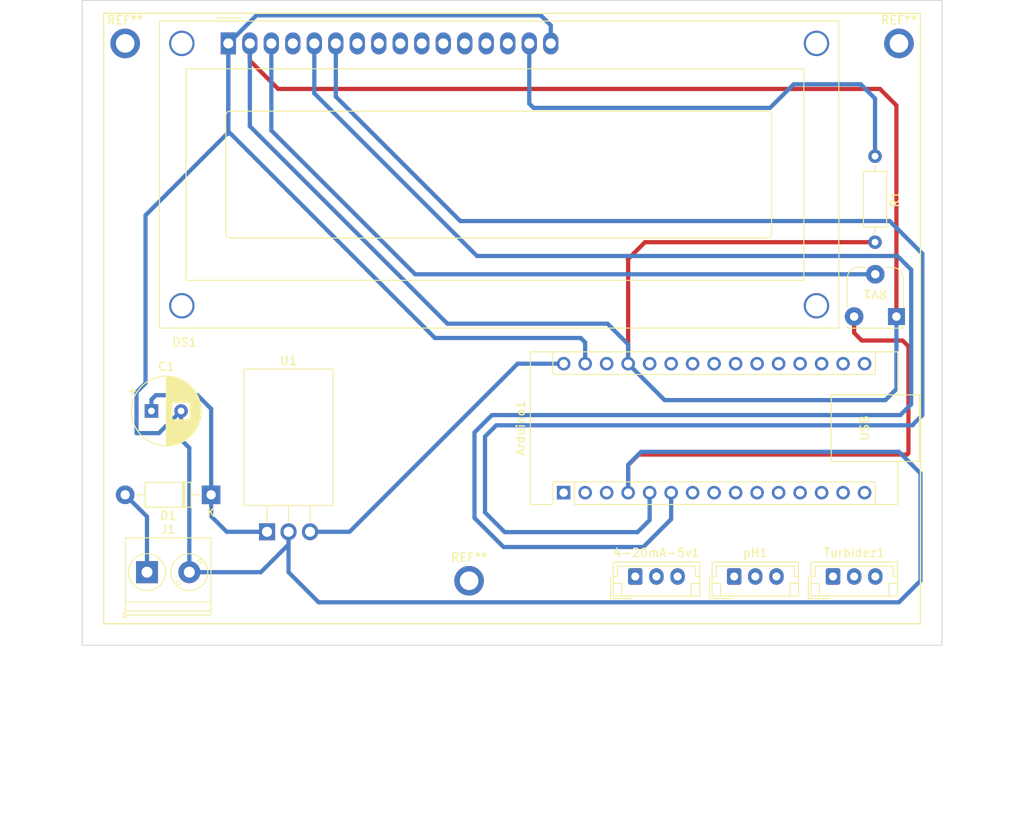
<source format=kicad_pcb>
(kicad_pcb (version 20221018) (generator pcbnew)
  (title_block (title "PCB_ Asocontador") (date "2023-09-27") (rev "hjestrada"))
  (layers (0 "F.Cu" signal) (31 "B.Cu" signal) (34 "B.Paste" user) (35 "F.Paste" user) (36 "B.SilkS" user "B.Silkscreen") (37 "F.SilkS" user "F.Silkscreen") (38 "B.Mask" user) (39 "F.Mask" user) (44 "Edge.Cuts" user))
  (net 0 "")
  (net 1 "GND")
  (net 2 "Net-(D1-K)")
  (net 11 "+5V")
  (net 12 "Net-(DS1-LED(+))")
  (net 13 "Net-(DS1-VDD)")
  (net 18 "Net-(Arduino1-D2)")
  (net 19 "Net-(Arduino1-D3)")
  (net 41 "Net-(Arduino1-VIN)")
  (net 42 "Net-(D1-A)")
  (net 43 "VO")
  (footprint "Capacitor_THT:CP_Radial_D8.0mm_P3.50mm" (layer "F.Cu") (at 99.624 89.154)
    (fp_text reference "C1" (at 1.75 -5.25) (layer "F.SilkS"))
    (fp_text value "220uF_25V")
    (fp_line (start -2.659698 -2.315) (end -1.859698 -2.315) (stroke (width 0.12)) (layer "F.SilkS"))
    (fp_line (start -2.259698 -2.715) (end -2.259698 -1.915) (stroke (width 0.12)) (layer "F.SilkS"))
    (fp_line (start 1.75 -4.08) (end 1.75 4.08) (stroke (width 0.12)) (layer "F.SilkS"))
    (fp_line (start 1.79 -4.08) (end 1.79 4.08) (stroke (width 0.12)) (layer "F.SilkS"))
    (fp_line (start 1.83 -4.08) (end 1.83 4.08) (stroke (width 0.12)) (layer "F.SilkS"))
    (fp_line (start 1.87 -4.079) (end 1.87 4.079) (stroke (width 0.12)) (layer "F.SilkS"))
    (fp_line (start 1.91 -4.077) (end 1.91 4.077) (stroke (width 0.12)) (layer "F.SilkS"))
    (fp_line (start 1.95 -4.076) (end 1.95 4.076) (stroke (width 0.12)) (layer "F.SilkS"))
    (fp_line (start 1.99 -4.074) (end 1.99 4.074) (stroke (width 0.12)) (layer "F.SilkS"))
    (fp_line (start 2.03 -4.071) (end 2.03 4.071) (stroke (width 0.12)) (layer "F.SilkS"))
    (fp_line (start 2.07 -4.068) (end 2.07 4.068) (stroke (width 0.12)) (layer "F.SilkS"))
    (fp_line (start 2.11 -4.065) (end 2.11 4.065) (stroke (width 0.12)) (layer "F.SilkS"))
    (fp_line (start 2.15 -4.061) (end 2.15 4.061) (stroke (width 0.12)) (layer "F.SilkS"))
    (fp_line (start 2.19 -4.057) (end 2.19 4.057) (stroke (width 0.12)) (layer "F.SilkS"))
    (fp_line (start 2.23 -4.052) (end 2.23 4.052) (stroke (width 0.12)) (layer "F.SilkS"))
    (fp_line (start 2.27 -4.048) (end 2.27 4.048) (stroke (width 0.12)) (layer "F.SilkS"))
    (fp_line (start 2.31 -4.042) (end 2.31 4.042) (stroke (width 0.12)) (layer "F.SilkS"))
    (fp_line (start 2.35 -4.037) (end 2.35 4.037) (stroke (width 0.12)) (layer "F.SilkS"))
    (fp_line (start 2.39 -4.03) (end 2.39 4.03) (stroke (width 0.12)) (layer "F.SilkS"))
    (fp_line (start 2.43 -4.024) (end 2.43 4.024) (stroke (width 0.12)) (layer "F.SilkS"))
    (fp_line (start 2.471 -4.017) (end 2.471 -1.04) (stroke (width 0.12)) (layer "F.SilkS"))
    (fp_line (start 2.471 1.04) (end 2.471 4.017) (stroke (width 0.12)) (layer "F.SilkS"))
    (fp_line (start 2.511 -4.01) (end 2.511 -1.04) (stroke (width 0.12)) (layer "F.SilkS"))
    (fp_line (start 2.511 1.04) (end 2.511 4.01) (stroke (width 0.12)) (layer "F.SilkS"))
    (fp_line (start 2.551 -4.002) (end 2.551 -1.04) (stroke (width 0.12)) (layer "F.SilkS"))
    (fp_line (start 2.551 1.04) (end 2.551 4.002) (stroke (width 0.12)) (layer "F.SilkS"))
    (fp_line (start 2.591 -3.994) (end 2.591 -1.04) (stroke (width 0.12)) (layer "F.SilkS"))
    (fp_line (start 2.591 1.04) (end 2.591 3.994) (stroke (width 0.12)) (layer "F.SilkS"))
    (fp_line (start 2.631 -3.985) (end 2.631 -1.04) (stroke (width 0.12)) (layer "F.SilkS"))
    (fp_line (start 2.631 1.04) (end 2.631 3.985) (stroke (width 0.12)) (layer "F.SilkS"))
    (fp_line (start 2.671 -3.976) (end 2.671 -1.04) (stroke (width 0.12)) (layer "F.SilkS"))
    (fp_line (start 2.671 1.04) (end 2.671 3.976) (stroke (width 0.12)) (layer "F.SilkS"))
    (fp_line (start 2.711 -3.967) (end 2.711 -1.04) (stroke (width 0.12)) (layer "F.SilkS"))
    (fp_line (start 2.711 1.04) (end 2.711 3.967) (stroke (width 0.12)) (layer "F.SilkS"))
    (fp_line (start 2.751 -3.957) (end 2.751 -1.04) (stroke (width 0.12)) (layer "F.SilkS"))
    (fp_line (start 2.751 1.04) (end 2.751 3.957) (stroke (width 0.12)) (layer "F.SilkS"))
    (fp_line (start 2.791 -3.947) (end 2.791 -1.04) (stroke (width 0.12)) (layer "F.SilkS"))
    (fp_line (start 2.791 1.04) (end 2.791 3.947) (stroke (width 0.12)) (layer "F.SilkS"))
    (fp_line (start 2.831 -3.936) (end 2.831 -1.04) (stroke (width 0.12)) (layer "F.SilkS"))
    (fp_line (start 2.831 1.04) (end 2.831 3.936) (stroke (width 0.12)) (layer "F.SilkS"))
    (fp_line (start 2.871 -3.925) (end 2.871 -1.04) (stroke (width 0.12)) (layer "F.SilkS"))
    (fp_line (start 2.871 1.04) (end 2.871 3.925) (stroke (width 0.12)) (layer "F.SilkS"))
    (fp_line (start 2.911 -3.914) (end 2.911 -1.04) (stroke (width 0.12)) (layer "F.SilkS"))
    (fp_line (start 2.911 1.04) (end 2.911 3.914) (stroke (width 0.12)) (layer "F.SilkS"))
    (fp_line (start 2.951 -3.902) (end 2.951 -1.04) (stroke (width 0.12)) (layer "F.SilkS"))
    (fp_line (start 2.951 1.04) (end 2.951 3.902) (stroke (width 0.12)) (layer "F.SilkS"))
    (fp_line (start 2.991 -3.889) (end 2.991 -1.04) (stroke (width 0.12)) (layer "F.SilkS"))
    (fp_line (start 2.991 1.04) (end 2.991 3.889) (stroke (width 0.12)) (layer "F.SilkS"))
    (fp_line (start 3.031 -3.877) (end 3.031 -1.04) (stroke (width 0.12)) (layer "F.SilkS"))
    (fp_line (start 3.031 1.04) (end 3.031 3.877) (stroke (width 0.12)) (layer "F.SilkS"))
    (fp_line (start 3.071 -3.863) (end 3.071 -1.04) (stroke (width 0.12)) (layer "F.SilkS"))
    (fp_line (start 3.071 1.04) (end 3.071 3.863) (stroke (width 0.12)) (layer "F.SilkS"))
    (fp_line (start 3.111 -3.85) (end 3.111 -1.04) (stroke (width 0.12)) (layer "F.SilkS"))
    (fp_line (start 3.111 1.04) (end 3.111 3.85) (stroke (width 0.12)) (layer "F.SilkS"))
    (fp_line (start 3.151 -3.835) (end 3.151 -1.04) (stroke (width 0.12)) (layer "F.SilkS"))
    (fp_line (start 3.151 1.04) (end 3.151 3.835) (stroke (width 0.12)) (layer "F.SilkS"))
    (fp_line (start 3.191 -3.821) (end 3.191 -1.04) (stroke (width 0.12)) (layer "F.SilkS"))
    (fp_line (start 3.191 1.04) (end 3.191 3.821) (stroke (width 0.12)) (layer "F.SilkS"))
    (fp_line (start 3.231 -3.805) (end 3.231 -1.04) (stroke (width 0.12)) (layer "F.SilkS"))
    (fp_line (start 3.231 1.04) (end 3.231 3.805) (stroke (width 0.12)) (layer "F.SilkS"))
    (fp_line (start 3.271 -3.79) (end 3.271 -1.04) (stroke (width 0.12)) (layer "F.SilkS"))
    (fp_line (start 3.271 1.04) (end 3.271 3.79) (stroke (width 0.12)) (layer "F.SilkS"))
    (fp_line (start 3.311 -3.774) (end 3.311 -1.04) (stroke (width 0.12)) (layer "F.SilkS"))
    (fp_line (start 3.311 1.04) (end 3.311 3.774) (stroke (width 0.12)) (layer "F.SilkS"))
    (fp_line (start 3.351 -3.757) (end 3.351 -1.04) (stroke (width 0.12)) (layer "F.SilkS"))
    (fp_line (start 3.351 1.04) (end 3.351 3.757) (stroke (width 0.12)) (layer "F.SilkS"))
    (fp_line (start 3.391 -3.74) (end 3.391 -1.04) (stroke (width 0.12)) (layer "F.SilkS"))
    (fp_line (start 3.391 1.04) (end 3.391 3.74) (stroke (width 0.12)) (layer "F.SilkS"))
    (fp_line (start 3.431 -3.722) (end 3.431 -1.04) (stroke (width 0.12)) (layer "F.SilkS"))
    (fp_line (start 3.431 1.04) (end 3.431 3.722) (stroke (width 0.12)) (layer "F.SilkS"))
    (fp_line (start 3.471 -3.704) (end 3.471 -1.04) (stroke (width 0.12)) (layer "F.SilkS"))
    (fp_line (start 3.471 1.04) (end 3.471 3.704) (stroke (width 0.12)) (layer "F.SilkS"))
    (fp_line (start 3.511 -3.686) (end 3.511 -1.04) (stroke (width 0.12)) (layer "F.SilkS"))
    (fp_line (start 3.511 1.04) (end 3.511 3.686) (stroke (width 0.12)) (layer "F.SilkS"))
    (fp_line (start 3.551 -3.666) (end 3.551 -1.04) (stroke (width 0.12)) (layer "F.SilkS"))
    (fp_line (start 3.551 1.04) (end 3.551 3.666) (stroke (width 0.12)) (layer "F.SilkS"))
    (fp_line (start 3.591 -3.647) (end 3.591 -1.04) (stroke (width 0.12)) (layer "F.SilkS"))
    (fp_line (start 3.591 1.04) (end 3.591 3.647) (stroke (width 0.12)) (layer "F.SilkS"))
    (fp_line (start 3.631 -3.627) (end 3.631 -1.04) (stroke (width 0.12)) (layer "F.SilkS"))
    (fp_line (start 3.631 1.04) (end 3.631 3.627) (stroke (width 0.12)) (layer "F.SilkS"))
    (fp_line (start 3.671 -3.606) (end 3.671 -1.04) (stroke (width 0.12)) (layer "F.SilkS"))
    (fp_line (start 3.671 1.04) (end 3.671 3.606) (stroke (width 0.12)) (layer "F.SilkS"))
    (fp_line (start 3.711 -3.584) (end 3.711 -1.04) (stroke (width 0.12)) (layer "F.SilkS"))
    (fp_line (start 3.711 1.04) (end 3.711 3.584) (stroke (width 0.12)) (layer "F.SilkS"))
    (fp_line (start 3.751 -3.562) (end 3.751 -1.04) (stroke (width 0.12)) (layer "F.SilkS"))
    (fp_line (start 3.751 1.04) (end 3.751 3.562) (stroke (width 0.12)) (layer "F.SilkS"))
    (fp_line (start 3.791 -3.54) (end 3.791 -1.04) (stroke (width 0.12)) (layer "F.SilkS"))
    (fp_line (start 3.791 1.04) (end 3.791 3.54) (stroke (width 0.12)) (layer "F.SilkS"))
    (fp_line (start 3.831 -3.517) (end 3.831 -1.04) (stroke (width 0.12)) (layer "F.SilkS"))
    (fp_line (start 3.831 1.04) (end 3.831 3.517) (stroke (width 0.12)) (layer "F.SilkS"))
    (fp_line (start 3.871 -3.493) (end 3.871 -1.04) (stroke (width 0.12)) (layer "F.SilkS"))
    (fp_line (start 3.871 1.04) (end 3.871 3.493) (stroke (width 0.12)) (layer "F.SilkS"))
    (fp_line (start 3.911 -3.469) (end 3.911 -1.04) (stroke (width 0.12)) (layer "F.SilkS"))
    (fp_line (start 3.911 1.04) (end 3.911 3.469) (stroke (width 0.12)) (layer "F.SilkS"))
    (fp_line (start 3.951 -3.444) (end 3.951 -1.04) (stroke (width 0.12)) (layer "F.SilkS"))
    (fp_line (start 3.951 1.04) (end 3.951 3.444) (stroke (width 0.12)) (layer "F.SilkS"))
    (fp_line (start 3.991 -3.418) (end 3.991 -1.04) (stroke (width 0.12)) (layer "F.SilkS"))
    (fp_line (start 3.991 1.04) (end 3.991 3.418) (stroke (width 0.12)) (layer "F.SilkS"))
    (fp_line (start 4.031 -3.392) (end 4.031 -1.04) (stroke (width 0.12)) (layer "F.SilkS"))
    (fp_line (start 4.031 1.04) (end 4.031 3.392) (stroke (width 0.12)) (layer "F.SilkS"))
    (fp_line (start 4.071 -3.365) (end 4.071 -1.04) (stroke (width 0.12)) (layer "F.SilkS"))
    (fp_line (start 4.071 1.04) (end 4.071 3.365) (stroke (width 0.12)) (layer "F.SilkS"))
    (fp_line (start 4.111 -3.338) (end 4.111 -1.04) (stroke (width 0.12)) (layer "F.SilkS"))
    (fp_line (start 4.111 1.04) (end 4.111 3.338) (stroke (width 0.12)) (layer "F.SilkS"))
    (fp_line (start 4.151 -3.309) (end 4.151 -1.04) (stroke (width 0.12)) (layer "F.SilkS"))
    (fp_line (start 4.151 1.04) (end 4.151 3.309) (stroke (width 0.12)) (layer "F.SilkS"))
    (fp_line (start 4.191 -3.28) (end 4.191 -1.04) (stroke (width 0.12)) (layer "F.SilkS"))
    (fp_line (start 4.191 1.04) (end 4.191 3.28) (stroke (width 0.12)) (layer "F.SilkS"))
    (fp_line (start 4.231 -3.25) (end 4.231 -1.04) (stroke (width 0.12)) (layer "F.SilkS"))
    (fp_line (start 4.231 1.04) (end 4.231 3.25) (stroke (width 0.12)) (layer "F.SilkS"))
    (fp_line (start 4.271 -3.22) (end 4.271 -1.04) (stroke (width 0.12)) (layer "F.SilkS"))
    (fp_line (start 4.271 1.04) (end 4.271 3.22) (stroke (width 0.12)) (layer "F.SilkS"))
    (fp_line (start 4.311 -3.189) (end 4.311 -1.04) (stroke (width 0.12)) (layer "F.SilkS"))
    (fp_line (start 4.311 1.04) (end 4.311 3.189) (stroke (width 0.12)) (layer "F.SilkS"))
    (fp_line (start 4.351 -3.156) (end 4.351 -1.04) (stroke (width 0.12)) (layer "F.SilkS"))
    (fp_line (start 4.351 1.04) (end 4.351 3.156) (stroke (width 0.12)) (layer "F.SilkS"))
    (fp_line (start 4.391 -3.124) (end 4.391 -1.04) (stroke (width 0.12)) (layer "F.SilkS"))
    (fp_line (start 4.391 1.04) (end 4.391 3.124) (stroke (width 0.12)) (layer "F.SilkS"))
    (fp_line (start 4.431 -3.09) (end 4.431 -1.04) (stroke (width 0.12)) (layer "F.SilkS"))
    (fp_line (start 4.431 1.04) (end 4.431 3.09) (stroke (width 0.12)) (layer "F.SilkS"))
    (fp_line (start 4.471 -3.055) (end 4.471 -1.04) (stroke (width 0.12)) (layer "F.SilkS"))
    (fp_line (start 4.471 1.04) (end 4.471 3.055) (stroke (width 0.12)) (layer "F.SilkS"))
    (fp_line (start 4.511 -3.019) (end 4.511 -1.04) (stroke (width 0.12)) (layer "F.SilkS"))
    (fp_line (start 4.511 1.04) (end 4.511 3.019) (stroke (width 0.12)) (layer "F.SilkS"))
    (fp_line (start 4.551 -2.983) (end 4.551 2.983) (stroke (width 0.12)) (layer "F.SilkS"))
    (fp_line (start 4.591 -2.945) (end 4.591 2.945) (stroke (width 0.12)) (layer "F.SilkS"))
    (fp_line (start 4.631 -2.907) (end 4.631 2.907) (stroke (width 0.12)) (layer "F.SilkS"))
    (fp_line (start 4.671 -2.867) (end 4.671 2.867) (stroke (width 0.12)) (layer "F.SilkS"))
    (fp_line (start 4.711 -2.826) (end 4.711 2.826) (stroke (width 0.12)) (layer "F.SilkS"))
    (fp_line (start 4.751 -2.784) (end 4.751 2.784) (stroke (width 0.12)) (layer "F.SilkS"))
    (fp_line (start 4.791 -2.741) (end 4.791 2.741) (stroke (width 0.12)) (layer "F.SilkS"))
    (fp_line (start 4.831 -2.697) (end 4.831 2.697) (stroke (width 0.12)) (layer "F.SilkS"))
    (fp_line (start 4.871 -2.651) (end 4.871 2.651) (stroke (width 0.12)) (layer "F.SilkS"))
    (fp_line (start 4.911 -2.604) (end 4.911 2.604) (stroke (width 0.12)) (layer "F.SilkS"))
    (fp_line (start 4.951 -2.556) (end 4.951 2.556) (stroke (width 0.12)) (layer "F.SilkS"))
    (fp_line (start 4.991 -2.505) (end 4.991 2.505) (stroke (width 0.12)) (layer "F.SilkS"))
    (fp_line (start 5.031 -2.454) (end 5.031 2.454) (stroke (width 0.12)) (layer "F.SilkS"))
    (fp_line (start 5.071 -2.4) (end 5.071 2.4) (stroke (width 0.12)) (layer "F.SilkS"))
    (fp_line (start 5.111 -2.345) (end 5.111 2.345) (stroke (width 0.12)) (layer "F.SilkS"))
    (fp_line (start 5.151 -2.287) (end 5.151 2.287) (stroke (width 0.12)) (layer "F.SilkS"))
    (fp_line (start 5.191 -2.228) (end 5.191 2.228) (stroke (width 0.12)) (layer "F.SilkS"))
    (fp_line (start 5.231 -2.166) (end 5.231 2.166) (stroke (width 0.12)) (layer "F.SilkS"))
    (fp_line (start 5.271 -2.102) (end 5.271 2.102) (stroke (width 0.12)) (layer "F.SilkS"))
    (fp_line (start 5.311 -2.034) (end 5.311 2.034) (stroke (width 0.12)) (layer "F.SilkS"))
    (fp_line (start 5.351 -1.964) (end 5.351 1.964) (stroke (width 0.12)) (layer "F.SilkS"))
    (fp_line (start 5.391 -1.89) (end 5.391 1.89) (stroke (width 0.12)) (layer "F.SilkS"))
    (fp_line (start 5.431 -1.813) (end 5.431 1.813) (stroke (width 0.12)) (layer "F.SilkS"))
    (fp_line (start 5.471 -1.731) (end 5.471 1.731) (stroke (width 0.12)) (layer "F.SilkS"))
    (fp_line (start 5.511 -1.645) (end 5.511 1.645) (stroke (width 0.12)) (layer "F.SilkS"))
    (fp_line (start 5.551 -1.552) (end 5.551 1.552) (stroke (width 0.12)) (layer "F.SilkS"))
    (fp_line (start 5.591 -1.453) (end 5.591 1.453) (stroke (width 0.12)) (layer "F.SilkS"))
    (fp_line (start 5.631 -1.346) (end 5.631 1.346) (stroke (width 0.12)) (layer "F.SilkS"))
    (fp_line (start 5.671 -1.229) (end 5.671 1.229) (stroke (width 0.12)) (layer "F.SilkS"))
    (fp_line (start 5.711 -1.098) (end 5.711 1.098) (stroke (width 0.12)) (layer "F.SilkS"))
    (fp_line (start 5.751 -0.948) (end 5.751 0.948) (stroke (width 0.12)) (layer "F.SilkS"))
    (fp_line (start 5.791 -0.768) (end 5.791 0.768) (stroke (width 0.12)) (layer "F.SilkS"))
    (fp_line (start 5.831 -0.533) (end 5.831 0.533) (stroke (width 0.12)) (layer "F.SilkS"))
    (fp_circle (center 1.75 0) (end 5.87 0) (stroke (width 0.12)) (fill none) (layer "F.SilkS"))
    (pad "1" thru_hole rect (at 0 0) (size 1.6 1.6) (drill 0.8) (layers "*.Cu" "*.Mask") (net 2 "Net-(D1-K)"))
    (pad "2" thru_hole circle (at 3.5 0) (size 1.6 1.6) (drill 0.8) (layers "*.Cu" "*.Mask") (net 1 "GND"))
  )
  (footprint "Connector_JST:JST_EH_B3B-EH-A_1x03_P2.50mm_Vertical" (layer "F.Cu") (at 156.798 108.712)
    (fp_text reference "4-20mA-5v1" (at 2.5 -2.8) (layer "F.SilkS"))
    (fp_text value "Conn_01x03_Socket")
    (fp_line (start -2.91 0.11) (end -2.91 2.61) (stroke (width 0.12)) (layer "F.SilkS"))
    (fp_line (start -2.91 2.61) (end -0.41 2.61) (stroke (width 0.12)) (layer "F.SilkS"))
    (fp_line (start -2.61 -1.71) (end -2.61 2.31) (stroke (width 0.12)) (layer "F.SilkS"))
    (fp_line (start -2.61 0) (end -2.11 0) (stroke (width 0.12)) (layer "F.SilkS"))
    (fp_line (start -2.61 0.81) (end -1.61 0.81) (stroke (width 0.12)) (layer "F.SilkS"))
    (fp_line (start -2.61 2.31) (end 7.61 2.31) (stroke (width 0.12)) (layer "F.SilkS"))
    (fp_line (start -2.11 -1.21) (end 7.11 -1.21) (stroke (width 0.12)) (layer "F.SilkS"))
    (fp_line (start -2.11 0) (end -2.11 -1.21) (stroke (width 0.12)) (layer "F.SilkS"))
    (fp_line (start -1.61 0.81) (end -1.61 2.31) (stroke (width 0.12)) (layer "F.SilkS"))
    (fp_line (start 6.61 0.81) (end 6.61 2.31) (stroke (width 0.12)) (layer "F.SilkS"))
    (fp_line (start 7.11 -1.21) (end 7.11 0) (stroke (width 0.12)) (layer "F.SilkS"))
    (fp_line (start 7.11 0) (end 7.61 0) (stroke (width 0.12)) (layer "F.SilkS"))
    (fp_line (start 7.61 -1.71) (end -2.61 -1.71) (stroke (width 0.12)) (layer "F.SilkS"))
    (fp_line (start 7.61 0.81) (end 6.61 0.81) (stroke (width 0.12)) (layer "F.SilkS"))
    (fp_line (start 7.61 2.31) (end 7.61 -1.71) (stroke (width 0.12)) (layer "F.SilkS"))
    (pad "1" thru_hole roundrect (at 0 0) (size 1.7 1.95) (drill 0.95) (layers "*.Cu" "*.Mask") (roundrect_rratio 0.147059))
    (pad "2" thru_hole oval (at 2.5 0) (size 1.7 1.95) (drill 0.95) (layers "*.Cu" "*.Mask"))
    (pad "3" thru_hole oval (at 5 0) (size 1.7 1.95) (drill 0.95) (layers "*.Cu" "*.Mask"))
  )
  (footprint "Diode_THT:D_DO-41_SOD81_P10.16mm_Horizontal" (layer "F.Cu") (at 106.68 99.06 180)
    (fp_text reference "D1" (at 5.08 -2.47) (layer "F.SilkS"))
    (fp_text value "1N4007")
    (fp_text user "K" (at 0 -2.1) (layer "F.SilkS"))
    (fp_line (start 1.34 0) (end 2.36 0) (stroke (width 0.12)) (layer "F.SilkS"))
    (fp_line (start 2.36 -1.47) (end 2.36 1.47) (stroke (width 0.12)) (layer "F.SilkS"))
    (fp_line (start 2.36 1.47) (end 7.8 1.47) (stroke (width 0.12)) (layer "F.SilkS"))
    (fp_line (start 3.14 -1.47) (end 3.14 1.47) (stroke (width 0.12)) (layer "F.SilkS"))
    (fp_line (start 3.26 -1.47) (end 3.26 1.47) (stroke (width 0.12)) (layer "F.SilkS"))
    (fp_line (start 3.38 -1.47) (end 3.38 1.47) (stroke (width 0.12)) (layer "F.SilkS"))
    (fp_line (start 7.8 -1.47) (end 2.36 -1.47) (stroke (width 0.12)) (layer "F.SilkS"))
    (fp_line (start 7.8 1.47) (end 7.8 -1.47) (stroke (width 0.12)) (layer "F.SilkS"))
    (fp_line (start 8.82 0) (end 7.8 0) (stroke (width 0.12)) (layer "F.SilkS"))
    (pad "1" thru_hole rect (at 0 0 180) (size 2.2 2.2) (drill 1.1) (layers "*.Cu" "*.Mask") (net 2 "Net-(D1-K)"))
    (pad "2" thru_hole oval (at 10.16 0 180) (size 2.2 2.2) (drill 1.1) (layers "*.Cu" "*.Mask") (net 42 "Net-(D1-A)"))
  )
  (footprint "Package_TO_SOT_THT:TO-220F-3_Horizontal_TabDown" (layer "F.Cu") (at 113.284 103.43)
    (fp_text reference "U1" (at 2.54 -20.22) (layer "F.SilkS"))
    (fp_text value "LM7805_TO220")
    (fp_line (start -2.71 -19.22) (end -2.71 -3.11) (stroke (width 0.12)) (layer "F.SilkS"))
    (fp_line (start -2.71 -19.22) (end 7.79 -19.22) (stroke (width 0.12)) (layer "F.SilkS"))
    (fp_line (start -2.71 -3.11) (end 7.79 -3.11) (stroke (width 0.12)) (layer "F.SilkS"))
    (fp_line (start 0 -3.11) (end 0 -1.15) (stroke (width 0.12)) (layer "F.SilkS"))
    (fp_line (start 2.54 -3.11) (end 2.54 -1.15) (stroke (width 0.12)) (layer "F.SilkS"))
    (fp_line (start 5.08 -3.11) (end 5.08 -1.15) (stroke (width 0.12)) (layer "F.SilkS"))
    (fp_line (start 7.79 -19.22) (end 7.79 -3.11) (stroke (width 0.12)) (layer "F.SilkS"))
    (pad "" np_thru_hole oval (at 2.54 -15.8) (size 3.5 3.5) (drill 3.5) (layers "*.Cu" "*.Mask"))
    (pad "1" thru_hole rect (at 0 0) (size 1.905 2) (drill 1.2) (layers "*.Cu" "*.Mask") (net 2 "Net-(D1-K)"))
    (pad "2" thru_hole oval (at 2.54 0) (size 1.905 2) (drill 1.2) (layers "*.Cu" "*.Mask") (net 1 "GND"))
    (pad "3" thru_hole oval (at 5.08 0) (size 1.905 2) (drill 1.2) (layers "*.Cu" "*.Mask") (net 41 "Net-(Arduino1-VIN)"))
  )
  (footprint "Connector_JST:JST_EH_B3B-EH-A_1x03_P2.50mm_Vertical" (layer "F.Cu") (at 168.482 108.712)
    (fp_text reference "pH1" (at 2.5 -2.8) (layer "F.SilkS"))
    (fp_text value "Conn_01x03_Socket")
    (fp_line (start -2.91 0.11) (end -2.91 2.61) (stroke (width 0.12)) (layer "F.SilkS"))
    (fp_line (start -2.91 2.61) (end -0.41 2.61) (stroke (width 0.12)) (layer "F.SilkS"))
    (fp_line (start -2.61 -1.71) (end -2.61 2.31) (stroke (width 0.12)) (layer "F.SilkS"))
    (fp_line (start -2.61 0) (end -2.11 0) (stroke (width 0.12)) (layer "F.SilkS"))
    (fp_line (start -2.61 0.81) (end -1.61 0.81) (stroke (width 0.12)) (layer "F.SilkS"))
    (fp_line (start -2.61 2.31) (end 7.61 2.31) (stroke (width 0.12)) (layer "F.SilkS"))
    (fp_line (start -2.11 -1.21) (end 7.11 -1.21) (stroke (width 0.12)) (layer "F.SilkS"))
    (fp_line (start -2.11 0) (end -2.11 -1.21) (stroke (width 0.12)) (layer "F.SilkS"))
    (fp_line (start -1.61 0.81) (end -1.61 2.31) (stroke (width 0.12)) (layer "F.SilkS"))
    (fp_line (start 6.61 0.81) (end 6.61 2.31) (stroke (width 0.12)) (layer "F.SilkS"))
    (fp_line (start 7.11 -1.21) (end 7.11 0) (stroke (width 0.12)) (layer "F.SilkS"))
    (fp_line (start 7.11 0) (end 7.61 0) (stroke (width 0.12)) (layer "F.SilkS"))
    (fp_line (start 7.61 -1.71) (end -2.61 -1.71) (stroke (width 0.12)) (layer "F.SilkS"))
    (fp_line (start 7.61 0.81) (end 6.61 0.81) (stroke (width 0.12)) (layer "F.SilkS"))
    (fp_line (start 7.61 2.31) (end 7.61 -1.71) (stroke (width 0.12)) (layer "F.SilkS"))
    (pad "1" thru_hole roundrect (at 0 0) (size 1.7 1.95) (drill 0.95) (layers "*.Cu" "*.Mask") (roundrect_rratio 0.147059))
    (pad "2" thru_hole oval (at 2.5 0) (size 1.7 1.95) (drill 0.95) (layers "*.Cu" "*.Mask"))
    (pad "3" thru_hole oval (at 5 0) (size 1.7 1.95) (drill 0.95) (layers "*.Cu" "*.Mask"))
  )
  (footprint "MountingHole:MountingHole_2.2mm_M2_ISO7380_Pad" (layer "F.Cu") (at 96.52 45.72)
    (fp_text reference "REF**" (at 0 -2.75) (layer "F.SilkS"))
    (fp_text value "MountingHole_2.2mm_M2_ISO7380_Pad")
    (pad "1" thru_hole circle (at 0 0) (size 3.5 3.5) (drill 2.2) (layers "*.Cu" "*.Mask"))
  )
  (footprint "MountingHole:MountingHole_2.2mm_M2_ISO7380_Pad" (layer "F.Cu") (at 137.16 109.22)
    (fp_text reference "REF**" (at 0 -2.75) (layer "F.SilkS"))
    (fp_text value "MountingHole_2.2mm_M2_ISO7380_Pad")
    (pad "1" thru_hole circle (at 0 0) (size 3.5 3.5) (drill 2.2) (layers "*.Cu" "*.Mask"))
  )
  (footprint "Module:Arduino_Nano" (layer "F.Cu") (at 148.336 98.806 90)
    (fp_text reference "Arduino1" (at 7.62 -5.08 90) (layer "F.SilkS"))
    (fp_text value "Arduino_Nano_v3.x")
    (fp_text user "USB" (at 7.62 35.56 90 unlocked) (layer "F.SilkS"))
    (fp_line (start -1.4 -3.94) (end -1.4 -1.27) (stroke (width 0.12)) (layer "F.SilkS"))
    (fp_line (start -1.4 1.27) (end -1.4 39.5) (stroke (width 0.12)) (layer "F.SilkS"))
    (fp_line (start -1.4 39.5) (end 3.68 39.5) (stroke (width 0.12)) (layer "F.SilkS"))
    (fp_line (start 1.27 -1.27) (end -1.4 -1.27) (stroke (width 0.12)) (layer "F.SilkS"))
    (fp_line (start 1.27 1.27) (end -1.4 1.27) (stroke (width 0.12)) (layer "F.SilkS"))
    (fp_line (start 1.27 1.27) (end 1.27 -1.27) (stroke (width 0.12)) (layer "F.SilkS"))
    (fp_line (start 1.27 1.27) (end 1.27 36.83) (stroke (width 0.12)) (layer "F.SilkS"))
    (fp_line (start 1.27 36.83) (end -1.4 36.83) (stroke (width 0.12)) (layer "F.SilkS"))
    (fp_line (start 3.68 31.62) (end 11.56 31.62) (stroke (width 0.12)) (layer "F.SilkS"))
    (fp_line (start 3.68 42.04) (end 3.68 31.62) (stroke (width 0.12)) (layer "F.SilkS"))
    (fp_line (start 11.56 31.62) (end 11.56 42.04) (stroke (width 0.12)) (layer "F.SilkS"))
    (fp_line (start 11.56 42.04) (end 3.68 42.04) (stroke (width 0.12)) (layer "F.SilkS"))
    (fp_line (start 13.97 -1.27) (end 13.97 36.83) (stroke (width 0.12)) (layer "F.SilkS"))
    (fp_line (start 13.97 -1.27) (end 16.64 -1.27) (stroke (width 0.12)) (layer "F.SilkS"))
    (fp_line (start 13.97 36.83) (end 16.64 36.83) (stroke (width 0.12)) (layer "F.SilkS"))
    (fp_line (start 16.64 -3.94) (end -1.4 -3.94) (stroke (width 0.12)) (layer "F.SilkS"))
    (fp_line (start 16.64 39.5) (end 11.56 39.5) (stroke (width 0.12)) (layer "F.SilkS"))
    (fp_line (start 16.64 39.5) (end 16.64 -3.94) (stroke (width 0.12)) (layer "F.SilkS"))
    (pad "1" thru_hole rect (at 0 0 90) (size 1.6 1.6) (drill 1) (layers "*.Cu" "*.Mask"))
    (pad "2" thru_hole oval (at 0 2.54 90) (size 1.6 1.6) (drill 1) (layers "*.Cu" "*.Mask"))
    (pad "3" thru_hole oval (at 0 5.08 90) (size 1.6 1.6) (drill 1) (layers "*.Cu" "*.Mask"))
    (pad "4" thru_hole oval (at 0 7.62 90) (size 1.6 1.6) (drill 1) (layers "*.Cu" "*.Mask") (net 1 "GND"))
    (pad "5" thru_hole oval (at 0 10.16 90) (size 1.6 1.6) (drill 1) (layers "*.Cu" "*.Mask") (net 18 "Net-(Arduino1-D2)"))
    (pad "6" thru_hole oval (at 0 12.7 90) (size 1.6 1.6) (drill 1) (layers "*.Cu" "*.Mask") (net 19 "Net-(Arduino1-D3)"))
    (pad "7" thru_hole oval (at 0 15.24 90) (size 1.6 1.6) (drill 1) (layers "*.Cu" "*.Mask"))
    (pad "8" thru_hole oval (at 0 17.78 90) (size 1.6 1.6) (drill 1) (layers "*.Cu" "*.Mask"))
    (pad "9" thru_hole oval (at 0 20.32 90) (size 1.6 1.6) (drill 1) (layers "*.Cu" "*.Mask"))
    (pad "10" thru_hole oval (at 0 22.86 90) (size 1.6 1.6) (drill 1) (layers "*.Cu" "*.Mask"))
    (pad "11" thru_hole oval (at 0 25.4 90) (size 1.6 1.6) (drill 1) (layers "*.Cu" "*.Mask"))
    (pad "12" thru_hole oval (at 0 27.94 90) (size 1.6 1.6) (drill 1) (layers "*.Cu" "*.Mask"))
    (pad "13" thru_hole oval (at 0 30.48 90) (size 1.6 1.6) (drill 1) (layers "*.Cu" "*.Mask"))
    (pad "14" thru_hole oval (at 0 33.02 90) (size 1.6 1.6) (drill 1) (layers "*.Cu" "*.Mask"))
    (pad "15" thru_hole oval (at 0 35.56 90) (size 1.6 1.6) (drill 1) (layers "*.Cu" "*.Mask"))
    (pad "16" thru_hole oval (at 15.24 35.56 90) (size 1.6 1.6) (drill 1) (layers "*.Cu" "*.Mask"))
    (pad "17" thru_hole oval (at 15.24 33.02 90) (size 1.6 1.6) (drill 1) (layers "*.Cu" "*.Mask"))
    (pad "18" thru_hole oval (at 15.24 30.48 90) (size 1.6 1.6) (drill 1) (layers "*.Cu" "*.Mask"))
    (pad "19" thru_hole oval (at 15.24 27.94 90) (size 1.6 1.6) (drill 1) (layers "*.Cu" "*.Mask"))
    (pad "20" thru_hole oval (at 15.24 25.4 90) (size 1.6 1.6) (drill 1) (layers "*.Cu" "*.Mask"))
    (pad "21" thru_hole oval (at 15.24 22.86 90) (size 1.6 1.6) (drill 1) (layers "*.Cu" "*.Mask"))
    (pad "22" thru_hole oval (at 15.24 20.32 90) (size 1.6 1.6) (drill 1) (layers "*.Cu" "*.Mask"))
    (pad "23" thru_hole oval (at 15.24 17.78 90) (size 1.6 1.6) (drill 1) (layers "*.Cu" "*.Mask"))
    (pad "24" thru_hole oval (at 15.24 15.24 90) (size 1.6 1.6) (drill 1) (layers "*.Cu" "*.Mask"))
    (pad "25" thru_hole oval (at 15.24 12.7 90) (size 1.6 1.6) (drill 1) (layers "*.Cu" "*.Mask"))
    (pad "26" thru_hole oval (at 15.24 10.16 90) (size 1.6 1.6) (drill 1) (layers "*.Cu" "*.Mask"))
    (pad "27" thru_hole oval (at 15.24 7.62 90) (size 1.6 1.6) (drill 1) (layers "*.Cu" "*.Mask") (net 11 "+5V"))
    (pad "28" thru_hole oval (at 15.24 5.08 90) (size 1.6 1.6) (drill 1) (layers "*.Cu" "*.Mask"))
    (pad "29" thru_hole oval (at 15.24 2.54 90) (size 1.6 1.6) (drill 1) (layers "*.Cu" "*.Mask") (net 1 "GND"))
    (pad "30" thru_hole oval (at 15.24 0 90) (size 1.6 1.6) (drill 1) (layers "*.Cu" "*.Mask") (net 41 "Net-(Arduino1-VIN)"))
  )
  (footprint "Connector_JST:JST_EH_B3B-EH-A_1x03_P2.50mm_Vertical" (layer "F.Cu") (at 180.166 108.712)
    (fp_text reference "Turbidez1" (at 2.5 -2.8) (layer "F.SilkS"))
    (fp_text value "Conn_01x03_Socket")
    (fp_line (start -2.91 0.11) (end -2.91 2.61) (stroke (width 0.12)) (layer "F.SilkS"))
    (fp_line (start -2.91 2.61) (end -0.41 2.61) (stroke (width 0.12)) (layer "F.SilkS"))
    (fp_line (start -2.61 -1.71) (end -2.61 2.31) (stroke (width 0.12)) (layer "F.SilkS"))
    (fp_line (start -2.61 0) (end -2.11 0) (stroke (width 0.12)) (layer "F.SilkS"))
    (fp_line (start -2.61 0.81) (end -1.61 0.81) (stroke (width 0.12)) (layer "F.SilkS"))
    (fp_line (start -2.61 2.31) (end 7.61 2.31) (stroke (width 0.12)) (layer "F.SilkS"))
    (fp_line (start -2.11 -1.21) (end 7.11 -1.21) (stroke (width 0.12)) (layer "F.SilkS"))
    (fp_line (start -2.11 0) (end -2.11 -1.21) (stroke (width 0.12)) (layer "F.SilkS"))
    (fp_line (start -1.61 0.81) (end -1.61 2.31) (stroke (width 0.12)) (layer "F.SilkS"))
    (fp_line (start 6.61 0.81) (end 6.61 2.31) (stroke (width 0.12)) (layer "F.SilkS"))
    (fp_line (start 7.11 -1.21) (end 7.11 0) (stroke (width 0.12)) (layer "F.SilkS"))
    (fp_line (start 7.11 0) (end 7.61 0) (stroke (width 0.12)) (layer "F.SilkS"))
    (fp_line (start 7.61 -1.71) (end -2.61 -1.71) (stroke (width 0.12)) (layer "F.SilkS"))
    (fp_line (start 7.61 0.81) (end 6.61 0.81) (stroke (width 0.12)) (layer "F.SilkS"))
    (fp_line (start 7.61 2.31) (end 7.61 -1.71) (stroke (width 0.12)) (layer "F.SilkS"))
    (pad "1" thru_hole roundrect (at 0 0) (size 1.7 1.95) (drill 0.95) (layers "*.Cu" "*.Mask") (roundrect_rratio 0.147059))
    (pad "2" thru_hole oval (at 2.5 0) (size 1.7 1.95) (drill 0.95) (layers "*.Cu" "*.Mask"))
    (pad "3" thru_hole oval (at 5 0) (size 1.7 1.95) (drill 0.95) (layers "*.Cu" "*.Mask"))
  )
  (footprint "Resistor_THT:R_Axial_DIN0207_L6.3mm_D2.5mm_P10.16mm_Horizontal" (layer "F.Cu") (at 185.13 59.05 -90)
    (fp_text reference "R1" (at 5.08 -2.37 90) (layer "F.SilkS"))
    (fp_text value "220")
    (fp_line (start 1.04 0) (end 1.81 0) (stroke (width 0.12)) (layer "F.SilkS"))
    (fp_line (start 1.81 -1.37) (end 1.81 1.37) (stroke (width 0.12)) (layer "F.SilkS"))
    (fp_line (start 1.81 1.37) (end 8.35 1.37) (stroke (width 0.12)) (layer "F.SilkS"))
    (fp_line (start 8.35 -1.37) (end 1.81 -1.37) (stroke (width 0.12)) (layer "F.SilkS"))
    (fp_line (start 8.35 1.37) (end 8.35 -1.37) (stroke (width 0.12)) (layer "F.SilkS"))
    (fp_line (start 9.12 0) (end 8.35 0) (stroke (width 0.12)) (layer "F.SilkS"))
    (pad "1" thru_hole circle (at 0 0 270) (size 1.6 1.6) (drill 0.8) (layers "*.Cu" "*.Mask") (net 12 "Net-(DS1-LED(+))"))
    (pad "2" thru_hole oval (at 10.16 0 270) (size 1.6 1.6) (drill 0.8) (layers "*.Cu" "*.Mask") (net 11 "+5V"))
  )
  (footprint "PCM_SL_Devices:Potentiometer_RM065" (layer "F.Cu") (at 185.13 75.97 180)
    (fp_text reference "RV1" (at 0 0.6 180 unlocked) (layer "F.SilkS"))
    (fp_text value "potentiometer_RM065")
    (fp_line (start -3.34 -3.4) (end -3.34 -3.2) (stroke (width 0.12)) (layer "F.SilkS"))
    (fp_line (start -3.34 -3.4) (end 3.28 -3.4) (stroke (width 0.12)) (layer "F.SilkS"))
    (fp_line (start -3.34 2.47) (end -3.34 -0.9) (stroke (width 0.12)) (layer "F.SilkS"))
    (fp_line (start -1.2 3.78) (end -2.03 3.78) (stroke (width 0.12)) (layer "F.SilkS"))
    (fp_line (start 1.97 3.78) (end 1.1 3.78) (stroke (width 0.12)) (layer "F.SilkS"))
    (fp_line (start 3.28 -3.4) (end 3.28 -3.2) (stroke (width 0.12)) (layer "F.SilkS"))
    (fp_line (start 3.28 -0.9) (end 3.28 2.47) (stroke (width 0.12)) (layer "F.SilkS"))
    (fp_arc (start -2.03 3.78) (mid -2.95631 3.39631) (end -3.34 2.47) (stroke (width 0.12)) (layer "F.SilkS"))
    (fp_arc (start 3.28 2.47) (mid 2.89631 3.39631) (end 1.97 3.78) (stroke (width 0.12)) (layer "F.SilkS"))
    (pad "1" thru_hole rect (at -2.53 -2.03 180) (size 2 2) (drill 1) (layers "*.Cu" "*.Mask") (net 13 "Net-(DS1-VDD)"))
    (pad "2" thru_hole circle (at -0.03 2.97 180) (size 2.2 2.2) (drill 1) (layers "*.Cu" "*.Mask") (net 43 "VO"))
    (pad "3" thru_hole circle (at 2.47 -2.03 180) (size 2.2 2.2) (drill 1) (layers "*.Cu" "*.Mask") (net 1 "GND"))
  )
  (footprint "Display:WC1602A" (layer "F.Cu") (at 108.712 45.72)
    (fp_text reference "DS1" (at -5.17652 35.306) (layer "F.SilkS"))
    (fp_text value "WC1602A" hide)
    (fp_line (start -8.14 -2.64) (end -8.14 33.64) (stroke (width 0.12)) (layer "F.SilkS"))
    (fp_line (start -8.14 33.64) (end 72.14 33.64) (stroke (width 0.12)) (layer "F.SilkS"))
    (fp_line (start -8.13 -2.64) (end -7.34 -2.64) (stroke (width 0.12)) (layer "F.SilkS"))
    (fp_line (start -5 3) (end 68 3) (stroke (width 0.12)) (layer "F.SilkS"))
    (fp_line (start -5 28) (end -5 3) (stroke (width 0.12)) (layer "F.SilkS"))
    (fp_line (start -1.5 -3) (end 1.5 -3) (stroke (width 0.12)) (layer "F.SilkS"))
    (fp_line (start -0.29972 22.49932) (end -0.29972 8.5) (stroke (width 0.12)) (layer "F.SilkS"))
    (fp_line (start 0.2 8) (end 63.7 8) (stroke (width 0.12)) (layer "F.SilkS"))
    (fp_line (start 63.70066 23) (end 0.2 23) (stroke (width 0.12)) (layer "F.SilkS"))
    (fp_line (start 64.2 8.5) (end 64.2 22.5) (stroke (width 0.12)) (layer "F.SilkS"))
    (fp_line (start 68 3) (end 68 28) (stroke (width 0.12)) (layer "F.SilkS"))
    (fp_line (start 68 28) (end -5 28) (stroke (width 0.12)) (layer "F.SilkS"))
    (fp_line (start 72.14 -2.64) (end -7.34 -2.64) (stroke (width 0.12)) (layer "F.SilkS"))
    (fp_line (start 72.14 33.64) (end 72.14 -2.64) (stroke (width 0.12)) (layer "F.SilkS"))
    (fp_arc (start -0.29972 8.49884) (mid -0.153162 8.145018) (end 0.20066 7.99846) (stroke (width 0.12)) (layer "F.SilkS"))
    (fp_arc (start 0.20066 22.9997) (mid -0.153162 22.853142) (end -0.29972 22.49932) (stroke (width 0.12)) (layer "F.SilkS"))
    (fp_arc (start 63.7 8) (mid 64.053553 8.146447) (end 64.2 8.5) (stroke (width 0.12)) (layer "F.SilkS"))
    (fp_arc (start 64.20104 22.49932) (mid 64.054473 22.853115) (end 63.70066 22.9997) (stroke (width 0.12)) (layer "F.SilkS"))
    (pad "" thru_hole circle (at -5.4991 0) (size 3 3) (drill 2.5) (layers "*.Cu" "*.Mask"))
    (pad "" thru_hole circle (at -5.4991 31.0007) (size 3 3) (drill 2.5) (layers "*.Cu" "*.Mask"))
    (pad "" thru_hole circle (at 69.49948 31.0007) (size 3 3) (drill 2.5) (layers "*.Cu" "*.Mask"))
    (pad "" thru_hole circle (at 69.5 0) (size 3 3) (drill 2.5) (layers "*.Cu" "*.Mask"))
    (pad "1" thru_hole rect (at 0 0) (size 1.8 2.6) (drill 1.2) (layers "*.Cu" "*.Mask") (net 1 "GND"))
    (pad "2" thru_hole oval (at 2.54 0) (size 1.8 2.6) (drill 1.2) (layers "*.Cu" "*.Mask") (net 13 "Net-(DS1-VDD)"))
    (pad "3" thru_hole oval (at 5.08 0) (size 1.8 2.6) (drill 1.2) (layers "*.Cu" "*.Mask") (net 43 "VO"))
    (pad "4" thru_hole oval (at 7.62 0) (size 1.8 2.6) (drill 1.2) (layers "*.Cu" "*.Mask"))
    (pad "5" thru_hole oval (at 10.16 0) (size 1.8 2.6) (drill 1.2) (layers "*.Cu" "*.Mask") (net 19 "Net-(Arduino1-D3)"))
    (pad "6" thru_hole oval (at 12.7 0) (size 1.8 2.6) (drill 1.2) (layers "*.Cu" "*.Mask") (net 18 "Net-(Arduino1-D2)"))
    (pad "7" thru_hole oval (at 15.24 0) (size 1.8 2.6) (drill 1.2) (layers "*.Cu" "*.Mask"))
    (pad "8" thru_hole oval (at 17.78 0) (size 1.8 2.6) (drill 1.2) (layers "*.Cu" "*.Mask"))
    (pad "9" thru_hole oval (at 20.32 0) (size 1.8 2.6) (drill 1.2) (layers "*.Cu" "*.Mask"))
    (pad "10" thru_hole oval (at 22.86 0) (size 1.8 2.6) (drill 1.2) (layers "*.Cu" "*.Mask"))
    (pad "11" thru_hole oval (at 25.4 0) (size 1.8 2.6) (drill 1.2) (layers "*.Cu" "*.Mask"))
    (pad "12" thru_hole oval (at 27.94 0) (size 1.8 2.6) (drill 1.2) (layers "*.Cu" "*.Mask"))
    (pad "13" thru_hole oval (at 30.48 0) (size 1.8 2.6) (drill 1.2) (layers "*.Cu" "*.Mask"))
    (pad "14" thru_hole oval (at 33.02 0) (size 1.8 2.6) (drill 1.2) (layers "*.Cu" "*.Mask"))
    (pad "15" thru_hole oval (at 35.56 0) (size 1.8 2.6) (drill 1.2) (layers "*.Cu" "*.Mask") (net 12 "Net-(DS1-LED(+))"))
    (pad "16" thru_hole oval (at 38.1 0) (size 1.8 2.6) (drill 1.2) (layers "*.Cu" "*.Mask") (net 1 "GND"))
  )
  (footprint "TerminalBlock_Phoenix:TerminalBlock_Phoenix_PT-1,5-2-5.0-H_1x02_P5.00mm_Horizontal" (layer "F.Cu") (at 99.1 108.204)
    (fp_text reference "J1" (at 2.5 -5.06) (layer "F.SilkS"))
    (fp_text value "Screw_Terminal_2_P5.00mm")
    (fp_line (start -2.8 4.66) (end -2.8 5.3) (stroke (width 0.12)) (layer "F.SilkS"))
    (fp_line (start -2.8 5.3) (end -2.4 5.3) (stroke (width 0.12)) (layer "F.SilkS"))
    (fp_line (start -2.56 -4.06) (end -2.56 5.06) (stroke (width 0.12)) (layer "F.SilkS"))
    (fp_line (start -2.56 -4.06) (end 7.56 -4.06) (stroke (width 0.12)) (layer "F.SilkS"))
    (fp_line (start -2.56 3.5) (end 7.56 3.5) (stroke (width 0.12)) (layer "F.SilkS"))
    (fp_line (start -2.56 4.6) (end 7.56 4.6) (stroke (width 0.12)) (layer "F.SilkS"))
    (fp_line (start -2.56 5.06) (end 7.56 5.06) (stroke (width 0.12)) (layer "F.SilkS"))
    (fp_line (start -1.548 1.281) (end -1.654 1.388) (stroke (width 0.12)) (layer "F.SilkS"))
    (fp_line (start -1.282 1.547) (end -1.388 1.654) (stroke (width 0.12)) (layer "F.SilkS"))
    (fp_line (start 1.388 -1.654) (end 1.281 -1.547) (stroke (width 0.12)) (layer "F.SilkS"))
    (fp_line (start 1.654 -1.388) (end 1.547 -1.281) (stroke (width 0.12)) (layer "F.SilkS"))
    (fp_line (start 3.742 0.992) (end 3.347 1.388) (stroke (width 0.12)) (layer "F.SilkS"))
    (fp_line (start 3.993 1.274) (end 3.613 1.654) (stroke (width 0.12)) (layer "F.SilkS"))
    (fp_line (start 6.388 -1.654) (end 6.008 -1.274) (stroke (width 0.12)) (layer "F.SilkS"))
    (fp_line (start 6.654 -1.388) (end 6.259 -0.992) (stroke (width 0.12)) (layer "F.SilkS"))
    (fp_line (start 7.56 -4.06) (end 7.56 5.06) (stroke (width 0.12)) (layer "F.SilkS"))
    (fp_circle (center 0 0) (end 2.18 0) (stroke (width 0.12)) (fill none) (layer "F.SilkS"))
    (fp_circle (center 5 0) (end 7.18 0) (stroke (width 0.12)) (fill none) (layer "F.SilkS"))
    (pad "1" thru_hole rect (at 0 0) (size 2.6 2.6) (drill 1.3) (layers "*.Cu" "*.Mask") (net 42 "Net-(D1-A)"))
    (pad "2" thru_hole circle (at 5 0) (size 2.6 2.6) (drill 1.3) (layers "*.Cu" "*.Mask") (net 1 "GND"))
  )
  (footprint "MountingHole:MountingHole_2.2mm_M2_ISO7380_Pad" (layer "F.Cu") (at 187.96 45.72)
    (fp_text reference "REF**" (at 0 -2.75) (layer "F.SilkS"))
    (fp_text value "MountingHole_2.2mm_M2_ISO7380_Pad")
    (pad "1" thru_hole circle (at 0 0) (size 3.5 3.5) (drill 2.2) (layers "*.Cu" "*.Mask"))
  )
  (gr_rect (start 93.98 42.164) (end 190.5 114.3) (stroke (width 0.15)) (fill none) (layer "F.SilkS"))
  (gr_rect (start 105.31 137.08) (end 105.31 137.08) (stroke (width 0.1)) (fill none) (layer "Edge.Cuts"))
  (gr_rect (start 91.44 40.64) (end 193.04 116.84) (stroke (width 0.1)) (fill none) (layer "Edge.Cuts"))
  (segment (start 155.956 81.286) (end 153.51 78.84) (width 0.5) (layer "B.Cu") (net 0))
  (segment (start 155.956 83.566) (end 155.956 81.286) (width 0.5) (layer "B.Cu") (net 0))
  (segment (start 111.252 55.502) (end 111.252 45.72) (width 0.5) (layer "B.Cu") (net 0))
  (segment (start 160.26 87.87) (end 186.35 87.87) (width 0.5) (layer "B.Cu") (net 0))
  (segment (start 186.35 87.87) (end 187.66 86.56) (width 0.5) (layer "B.Cu") (net 0))
  (segment (start 155.956 83.566) (end 160.26 87.87) (width 0.5) (layer "B.Cu") (net 0))
  (segment (start 134.59 78.84) (end 111.252 55.502) (width 0.5) (layer "B.Cu") (net 0))
  (segment (start 153.51 78.84) (end 134.59 78.84) (width 0.5) (layer "B.Cu") (net 0))
  (segment (start 187.66 86.56) (end 187.66 78) (width 0.5) (layer "B.Cu") (net 0))
  (segment (start 182.66 79.92) (end 183.57 80.83) (width 0.5) (layer "F.Cu") (net 1))
  (segment (start 188.39 80.83) (end 189.08 81.52) (width 0.5) (layer "F.Cu") (net 1))
  (segment (start 182.66 78) (end 182.66 79.92) (width 0.5) (layer "F.Cu") (net 1))
  (segment (start 189.08 81.52) (end 189.08 94.14) (width 0.5) (layer "F.Cu") (net 1))
  (segment (start 155.956 95.544) (end 155.956 98.806) (width 0.5) (layer "F.Cu") (net 1))
  (segment (start 188.92 94.3) (end 157.2 94.3) (width 0.5) (layer "F.Cu") (net 1))
  (segment (start 183.57 80.83) (end 188.39 80.83) (width 0.5) (layer "F.Cu") (net 1))
  (segment (start 157.2 94.3) (end 155.956 95.544) (width 0.5) (layer "F.Cu") (net 1))
  (segment (start 189.08 94.14) (end 188.92 94.3) (width 0.5) (layer "F.Cu") (net 1))
  (segment (start 150.876 81.056) (end 150.35 80.53) (width 0.5) (layer "B.Cu") (net 1))
  (segment (start 97.86 91.77) (end 97.86 86.93) (width 0.5) (layer "B.Cu") (net 1))
  (segment (start 115.824 108.204) (end 119.38 111.76) (width 0.5) (layer "B.Cu") (net 1))
  (segment (start 187.96 111.76) (end 190.5 109.22) (width 0.5) (layer "B.Cu") (net 1))
  (segment (start 150.35 80.53) (end 133.122 80.53) (width 0.5) (layer "B.Cu") (net 1))
  (segment (start 108.712 45.72) (end 108.712 56.12) (width 0.5) (layer "B.Cu") (net 1))
  (segment (start 115.824 104.93) (end 115.824 103.43) (width 0.5) (layer "B.Cu") (net 1))
  (segment (start 97.86 86.93) (end 98.924 85.866) (width 0.5) (layer "B.Cu") (net 1))
  (segment (start 190.5 109.22) (end 190.5 96.52) (width 0.5) (layer "B.Cu") (net 1))
  (segment (start 103.124 92.544) (end 103.124 89.154) (width 0.5) (layer "B.Cu") (net 1))
  (segment (start 104.1 108.204) (end 104.1 93.52) (width 0.5) (layer "B.Cu") (net 1))
  (segment (start 104.1 93.52) (end 103.124 92.544) (width 0.5) (layer "B.Cu") (net 1))
  (segment (start 146.812 43.582) (end 145.63 42.4) (width 0.5) (layer "B.Cu") (net 1))
  (segment (start 108.712 56.12) (end 108.712 56.388) (width 0.5) (layer "B.Cu") (net 1))
  (segment (start 104.1 108.204) (end 112.55 108.204) (width 0.5) (layer "B.Cu") (net 1))
  (segment (start 150.876 83.566) (end 150.876 81.056) (width 0.5) (layer "B.Cu") (net 1))
  (segment (start 108.712 56.238) (end 108.712 45.72) (width 0.5) (layer "B.Cu") (net 1))
  (segment (start 98.924 85.866) (end 98.924 66.026) (width 0.5) (layer "B.Cu") (net 1))
  (segment (start 98.924 66.026) (end 108.712 56.238) (width 0.5) (layer "B.Cu") (net 1))
  (segment (start 103.124 89.154) (end 100.508 91.77) (width 0.5) (layer "B.Cu") (net 1))
  (segment (start 112.55 108.204) (end 115.824 104.93) (width 0.5) (layer "B.Cu") (net 1))
  (segment (start 115.824 103.43) (end 115.824 108.204) (width 0.5) (layer "B.Cu") (net 1))
  (segment (start 119.38 111.76) (end 187.96 111.76) (width 0.5) (layer "B.Cu") (net 1))
  (segment (start 145.63 42.4) (end 112.032 42.4) (width 0.5) (layer "B.Cu") (net 1))
  (segment (start 112.032 42.4) (end 108.712 45.72) (width 0.5) (layer "B.Cu") (net 1))
  (segment (start 157.48 93.98) (end 155.956 95.504) (width 0.5) (layer "B.Cu") (net 1))
  (segment (start 190.5 96.52) (end 187.96 93.98) (width 0.5) (layer "B.Cu") (net 1))
  (segment (start 146.812 45.72) (end 146.812 43.582) (width 0.5) (layer "B.Cu") (net 1))
  (segment (start 155.956 95.504) (end 155.956 98.806) (width 0.5) (layer "B.Cu") (net 1))
  (segment (start 187.96 93.98) (end 157.48 93.98) (width 0.5) (layer "B.Cu") (net 1))
  (segment (start 133.122 80.53) (end 108.712 56.12) (width 0.5) (layer "B.Cu") (net 1))
  (segment (start 100.508 91.77) (end 97.86 91.77) (width 0.5) (layer "B.Cu") (net 1))
  (segment (start 108.51 103.43) (end 113.284 103.43) (width 0.5) (layer "B.Cu") (net 2))
  (segment (start 99.624 89.154) (end 99.624 87.816) (width 0.5) (layer "B.Cu") (net 2))
  (segment (start 106.68 88.9) (end 106.68 99.06) (width 0.5) (layer "B.Cu") (net 2))
  (segment (start 106.68 99.06) (end 106.68 101.6) (width 0.5) (layer "B.Cu") (net 2))
  (segment (start 99.624 87.816) (end 100.15 87.29) (width 0.5) (layer "B.Cu") (net 2))
  (segment (start 106.68 101.6) (end 108.51 103.43) (width 0.5) (layer "B.Cu") (net 2))
  (segment (start 105.07 87.29) (end 106.68 88.9) (width 0.5) (layer "B.Cu") (net 2))
  (segment (start 100.15 87.29) (end 105.07 87.29) (width 0.5) (layer "B.Cu") (net 2))
  (segment (start 155.956 71.256) (end 155.956 83.566) (width 0.5) (layer "F.Cu") (net 11))
  (segment (start 157.95 69.21) (end 155.93 71.23) (width 0.5) (layer "F.Cu") (net 11))
  (segment (start 155.93 71.23) (end 155.956 71.256) (width 0.5) (layer "F.Cu") (net 11))
  (segment (start 185.13 69.21) (end 157.95 69.21) (width 0.5) (layer "F.Cu") (net 11))
  (segment (start 172.72 53.34) (end 175.514 50.546) (width 0.5) (layer "B.Cu") (net 12))
  (segment (start 185.13 59.05) (end 185.13 52.236) (width 0.5) (layer "B.Cu") (net 12))
  (segment (start 144.272 52.832) (end 144.78 53.34) (width 0.5) (layer "B.Cu") (net 12))
  (segment (start 185.13 52.236) (end 183.44 50.546) (width 0.5) (layer "B.Cu") (net 12))
  (segment (start 144.78 53.34) (end 172.72 53.34) (width 0.5) (layer "B.Cu") (net 12))
  (segment (start 144.272 45.72) (end 144.272 52.832) (width 0.5) (layer "B.Cu") (net 12))
  (segment (start 175.514 50.546) (end 183.44 50.546) (width 0.5) (layer "B.Cu") (net 12))
  (segment (start 187.66 53.05) (end 185.71 51.1) (width 0.5) (layer "F.Cu") (net 13))
  (segment (start 185.71 51.1) (end 114.602 51.1) (width 0.5) (layer "F.Cu") (net 13))
  (segment (start 114.602 51.1) (end 111.252 47.75) (width 0.5) (layer "F.Cu") (net 13))
  (segment (start 187.66 78) (end 187.66 53.05) (width 0.5) (layer "F.Cu") (net 13))
  (segment (start 111.252 47.75) (end 111.252 45.72) (width 0.5) (layer "F.Cu") (net 13))
  (segment (start 189.59 90.85) (end 189.59 90.78) (width 0.25) (layer "B.Cu") (net 18))
  (segment (start 158.496 102.044) (end 157.07 103.47) (width 0.5) (layer "B.Cu") (net 18))
  (segment (start 190.72 70.57) (end 186.86 66.71) (width 0.5) (layer "B.Cu") (net 18))
  (segment (start 141.37 103.47) (end 139.04 101.14) (width 0.5) (layer "B.Cu") (net 18))
  (segment (start 190.72 89.65) (end 190.72 70.57) (width 0.5) (layer "B.Cu") (net 18))
  (segment (start 158.496 98.806) (end 158.496 102.044) (width 0.5) (layer "B.Cu") (net 18))
  (segment (start 157.07 103.47) (end 141.37 103.47) (width 0.5) (layer "B.Cu") (net 18))
  (segment (start 186.86 66.71) (end 136.12 66.71) (width 0.5) (layer "B.Cu") (net 18))
  (segment (start 140.37 90.85) (end 189.59 90.85) (width 0.5) (layer "B.Cu") (net 18))
  (segment (start 139.04 92.18) (end 140.37 90.85) (width 0.5) (layer "B.Cu") (net 18))
  (segment (start 189.59 90.78) (end 190.72 89.65) (width 0.5) (layer "B.Cu") (net 18))
  (segment (start 139.04 101.14) (end 139.04 92.18) (width 0.5) (layer "B.Cu") (net 18))
  (segment (start 121.412 52.002) (end 121.412 45.72) (width 0.5) (layer "B.Cu") (net 18))
  (segment (start 136.12 66.71) (end 121.412 52.002) (width 0.5) (layer "B.Cu") (net 18))
  (segment (start 139.85 89.64) (end 188.12 89.64) (width 0.5) (layer "B.Cu") (net 19))
  (segment (start 137.8 91.69) (end 139.85 89.64) (width 0.5) (layer "B.Cu") (net 19))
  (segment (start 118.87 51.62) (end 118.872 51.618) (width 0.5) (layer "B.Cu") (net 19))
  (segment (start 189.4 88.36) (end 189.4 72.46) (width 0.5) (layer "B.Cu") (net 19))
  (segment (start 118.872 51.618) (end 118.872 45.72) (width 0.5) (layer "B.Cu") (net 19))
  (segment (start 187.78 70.84) (end 138.09 70.84) (width 0.5) (layer "B.Cu") (net 19))
  (segment (start 141.23 105.23) (end 137.8 101.8) (width 0.5) (layer "B.Cu") (net 19))
  (segment (start 189.4 72.46) (end 187.78 70.84) (width 0.5) (layer "B.Cu") (net 19))
  (segment (start 137.8 101.8) (end 137.8 91.69) (width 0.5) (layer "B.Cu") (net 19))
  (segment (start 161.036 98.806) (end 161.036 101.944) (width 0.5) (layer "B.Cu") (net 19))
  (segment (start 157.75 105.23) (end 141.23 105.23) (width 0.5) (layer "B.Cu") (net 19))
  (segment (start 188.12 89.64) (end 189.4 88.36) (width 0.5) (layer "B.Cu") (net 19))
  (segment (start 161.036 101.944) (end 157.75 105.23) (width 0.5) (layer "B.Cu") (net 19))
  (segment (start 138.09 70.84) (end 118.87 51.62) (width 0.5) (layer "B.Cu") (net 19))
  (segment (start 118.364 103.43) (end 123.04 103.43) (width 0.5) (layer "B.Cu") (net 41))
  (segment (start 142.904 83.566) (end 148.336 83.566) (width 0.5) (layer "B.Cu") (net 41))
  (segment (start 123.04 103.43) (end 142.904 83.566) (width 0.5) (layer "B.Cu") (net 41))
  (segment (start 99.1 108.204) (end 99.1 101.64) (width 0.5) (layer "B.Cu") (net 42))
  (segment (start 99.1 101.64) (end 96.52 99.06) (width 0.5) (layer "B.Cu") (net 42))
  (segment (start 130.78 73) (end 113.792 56.012) (width 0.5) (layer "B.Cu") (net 43))
  (segment (start 113.792 56.012) (end 113.792 45.72) (width 0.5) (layer "B.Cu") (net 43))
  (segment (start 185.16 73) (end 130.78 73) (width 0.5) (layer "B.Cu") (net 43))
)
</source>
